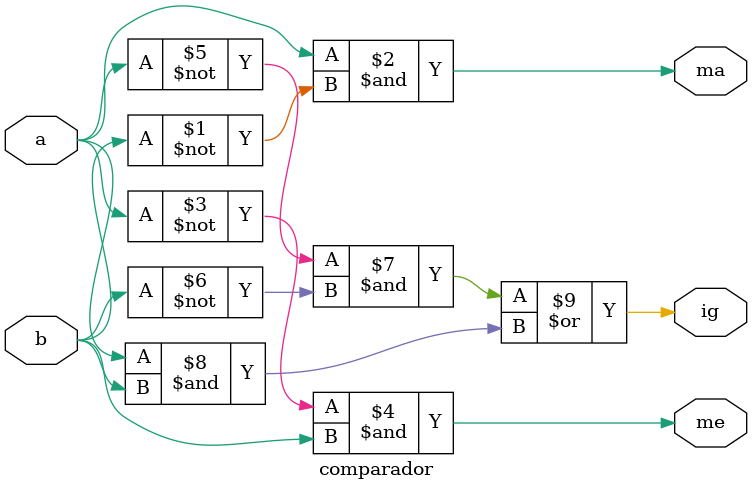
<source format=v>

module comparador(ig,me,ma,a,b);

input a,b;
output ig,me,ma;
assign ma = a & ~b;
assign me = ~a & b;
assign ig = (~a & ~b) | (a&b);

endmodule
</source>
